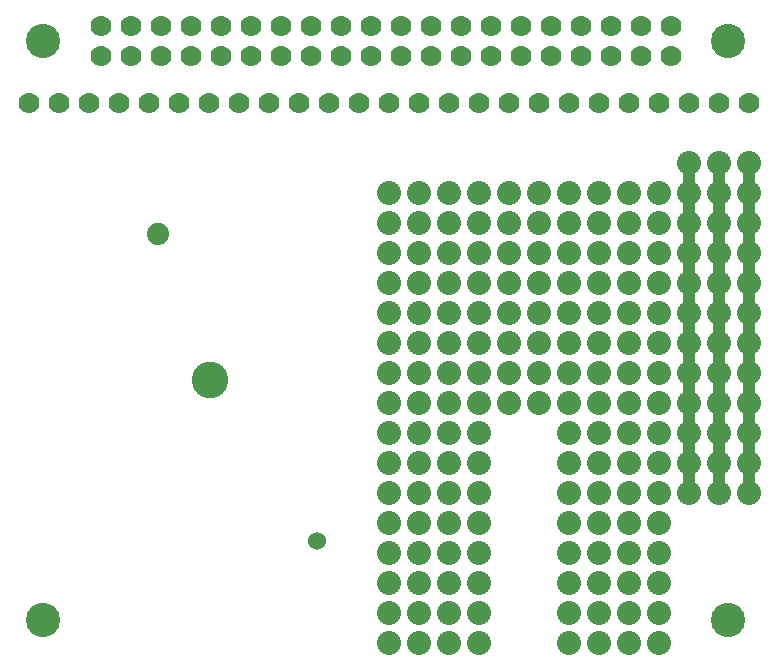
<source format=gbr>
G04 EAGLE Gerber RS-274X export*
G75*
%MOMM*%
%FSLAX34Y34*%
%LPD*%
%INSoldermask Bottom*%
%IPPOS*%
%AMOC8*
5,1,8,0,0,1.08239X$1,22.5*%
G01*
%ADD10R,1.016000X28.702000*%
%ADD11C,2.901600*%
%ADD12C,1.778000*%
%ADD13C,3.101600*%
%ADD14C,1.879600*%
%ADD15C,2.032000*%
%ADD16C,1.524000*%


D10*
X635000Y290830D03*
X609600Y293370D03*
X584200Y290830D03*
D11*
X37540Y45160D03*
X37540Y535160D03*
X617540Y535160D03*
X617540Y45160D03*
D12*
X86240Y522460D03*
X86240Y547860D03*
X111640Y522460D03*
X111640Y547860D03*
X137040Y522460D03*
X137040Y547860D03*
X162440Y522460D03*
X162440Y547860D03*
X187840Y522460D03*
X187840Y547860D03*
X213240Y522460D03*
X213240Y547860D03*
X238640Y522460D03*
X238640Y547860D03*
X264040Y522460D03*
X264040Y547860D03*
X289440Y522460D03*
X289440Y547860D03*
X314840Y522460D03*
X314840Y547860D03*
X340240Y522460D03*
X340240Y547860D03*
X365640Y522460D03*
X365640Y547860D03*
X391040Y522460D03*
X391040Y547860D03*
X416440Y522460D03*
X416440Y547860D03*
X441840Y522460D03*
X441840Y547860D03*
X467240Y522460D03*
X467240Y547860D03*
X492640Y522460D03*
X492640Y547860D03*
X518040Y522460D03*
X518040Y547860D03*
X543440Y522460D03*
X543440Y547860D03*
X568840Y522460D03*
X568840Y547860D03*
X25400Y482600D03*
X50800Y482600D03*
X76200Y482600D03*
X101600Y482600D03*
X127000Y482600D03*
X152400Y482600D03*
X177800Y482600D03*
X203200Y482600D03*
X228600Y482600D03*
X254000Y482600D03*
X279400Y482600D03*
X304800Y482600D03*
X330200Y482600D03*
X355600Y482600D03*
X381000Y482600D03*
X406400Y482600D03*
X431800Y482600D03*
X457200Y482600D03*
X482600Y482600D03*
X508000Y482600D03*
X533400Y482600D03*
X558800Y482600D03*
X584200Y482600D03*
X609600Y482600D03*
X635000Y482600D03*
D13*
X178680Y247730D03*
D14*
X134620Y372110D03*
D15*
X609600Y431800D03*
X609600Y406400D03*
X609600Y381000D03*
X609600Y330200D03*
X609600Y355600D03*
X609600Y304800D03*
X609600Y279400D03*
X609600Y254000D03*
X609600Y228600D03*
X609600Y203200D03*
X609600Y177800D03*
X609600Y152400D03*
X584200Y152400D03*
X584200Y177800D03*
X584200Y203200D03*
X584200Y228600D03*
X584200Y254000D03*
X584200Y279400D03*
X584200Y304800D03*
X584200Y330200D03*
X584200Y355600D03*
X584200Y381000D03*
X584200Y406400D03*
X584200Y431800D03*
X635000Y431800D03*
X635000Y406400D03*
X635000Y381000D03*
X635000Y330200D03*
X635000Y355600D03*
X635000Y304800D03*
X635000Y279400D03*
X635000Y254000D03*
X635000Y228600D03*
X635000Y203200D03*
X635000Y177800D03*
X635000Y152400D03*
D16*
X269240Y111760D03*
D15*
X558800Y406400D03*
X558800Y381000D03*
X558800Y355600D03*
X533400Y355600D03*
X533400Y381000D03*
X533400Y406400D03*
X482600Y406400D03*
X508000Y355600D03*
X482600Y381000D03*
X482600Y355600D03*
X508000Y381000D03*
X508000Y406400D03*
X457200Y406400D03*
X457200Y381000D03*
X457200Y355600D03*
X431800Y355600D03*
X431800Y381000D03*
X431800Y406400D03*
X406400Y406400D03*
X406400Y381000D03*
X406400Y355600D03*
X381000Y355600D03*
X381000Y381000D03*
X381000Y406400D03*
X355600Y406400D03*
X355600Y355600D03*
X355600Y381000D03*
X330200Y406400D03*
X330200Y381000D03*
X330200Y355600D03*
X330200Y330200D03*
X355600Y330200D03*
X381000Y330200D03*
X406400Y330200D03*
X457200Y330200D03*
X431800Y330200D03*
X508000Y330200D03*
X533400Y330200D03*
X558800Y330200D03*
X482600Y330200D03*
X330200Y304800D03*
X330200Y279400D03*
X330200Y254000D03*
X330200Y228600D03*
X330200Y177800D03*
X330200Y203200D03*
X330200Y152400D03*
X330200Y127000D03*
X330200Y101600D03*
X330200Y76200D03*
X330200Y50800D03*
X330200Y25400D03*
X355600Y25400D03*
X355600Y50800D03*
X381000Y76200D03*
X355600Y76200D03*
X355600Y101600D03*
X355600Y127000D03*
X355600Y152400D03*
X355600Y177800D03*
X355600Y203200D03*
X355600Y228600D03*
X355600Y254000D03*
X355600Y279400D03*
X355600Y304800D03*
X381000Y304800D03*
X381000Y254000D03*
X381000Y279400D03*
X381000Y228600D03*
X381000Y203200D03*
X381000Y177800D03*
X381000Y152400D03*
X381000Y127000D03*
X381000Y101600D03*
X381000Y50800D03*
X381000Y25400D03*
X406400Y25400D03*
X406400Y50800D03*
X406400Y76200D03*
X406400Y101600D03*
X406400Y127000D03*
X406400Y152400D03*
X406400Y177800D03*
X406400Y228600D03*
X406400Y254000D03*
X406400Y279400D03*
X406400Y304800D03*
X431800Y304800D03*
X431800Y279400D03*
X431800Y254000D03*
X431800Y228600D03*
X406400Y203200D03*
X482600Y25400D03*
X482600Y76200D03*
X482600Y50800D03*
X482600Y101600D03*
X482600Y127000D03*
X482600Y152400D03*
X482600Y203200D03*
X482600Y228600D03*
X482600Y254000D03*
X482600Y279400D03*
X482600Y304800D03*
X457200Y304800D03*
X457200Y279400D03*
X457200Y254000D03*
X457200Y228600D03*
X508000Y304800D03*
X533400Y304800D03*
X558800Y304800D03*
X558800Y279400D03*
X533400Y279400D03*
X508000Y279400D03*
X508000Y254000D03*
X558800Y254000D03*
X533400Y254000D03*
X533400Y228600D03*
X508000Y228600D03*
X508000Y203200D03*
X533400Y203200D03*
X558800Y203200D03*
X558800Y228600D03*
X558800Y177800D03*
X533400Y177800D03*
X508000Y177800D03*
X482600Y177800D03*
X508000Y152400D03*
X533400Y152400D03*
X558800Y152400D03*
X558800Y127000D03*
X508000Y127000D03*
X508000Y101600D03*
X508000Y76200D03*
X508000Y50800D03*
X508000Y25400D03*
X533400Y25400D03*
X533400Y50800D03*
X533400Y76200D03*
X533400Y127000D03*
X558800Y101600D03*
X533400Y101600D03*
X558800Y76200D03*
X558800Y50800D03*
X558800Y25400D03*
M02*

</source>
